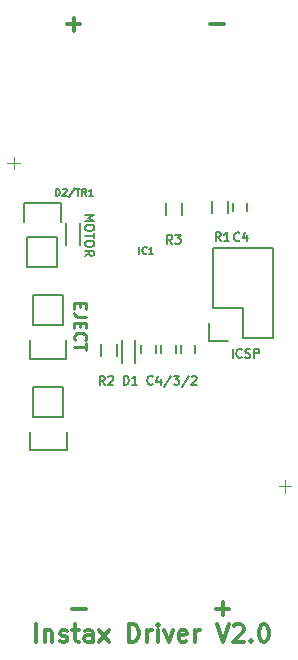
<source format=gbr>
%MOIN*%
%FSLAX34Y34*%
%IPPOS*%
G04 --Define apertures--*
%ADD10C,0.0039*%
%ADD11C,0.0074*%
%ADD12C,0.0098*%
%ADD13C,0.0059*%
%ADD14C,0.0148*%
%ADD15C,0.0047*%
%ADD16C,0.0006*%
G04 --Start main section--*
G54D11*
G01X0056345Y-034996D02*
G01X0056641Y-034996D01*
G01X0056641Y-034996D02*
G01X0056430Y-035094D01*
G01X0056430Y-035094D02*
G01X0056641Y-035193D01*
G01X0056641Y-035193D02*
G01X0056345Y-035193D01*
G01X0056641Y-035389D02*
G01X0056641Y-035446D01*
G01X0056641Y-035446D02*
G01X0056627Y-035474D01*
G01X0056627Y-035474D02*
G01X0056598Y-035502D01*
G01X0056598Y-035502D02*
G01X0056542Y-035516D01*
G01X0056542Y-035516D02*
G01X0056444Y-035516D01*
G01X0056444Y-035516D02*
G01X0056388Y-035502D01*
G01X0056388Y-035502D02*
G01X0056359Y-035474D01*
G01X0056359Y-035474D02*
G01X0056345Y-035446D01*
G01X0056345Y-035446D02*
G01X0056345Y-035389D01*
G01X0056345Y-035389D02*
G01X0056359Y-035361D01*
G01X0056359Y-035361D02*
G01X0056388Y-035333D01*
G01X0056388Y-035333D02*
G01X0056444Y-035319D01*
G01X0056444Y-035319D02*
G01X0056542Y-035319D01*
G01X0056542Y-035319D02*
G01X0056598Y-035333D01*
G01X0056598Y-035333D02*
G01X0056627Y-035361D01*
G01X0056627Y-035361D02*
G01X0056641Y-035389D01*
G01X0056641Y-035600D02*
G01X0056641Y-035769D01*
G01X0056345Y-035685D02*
G01X0056641Y-035685D01*
G01X0056641Y-035924D02*
G01X0056641Y-035980D01*
G01X0056641Y-035980D02*
G01X0056627Y-036008D01*
G01X0056627Y-036008D02*
G01X0056598Y-036036D01*
G01X0056598Y-036036D02*
G01X0056542Y-036050D01*
G01X0056542Y-036050D02*
G01X0056444Y-036050D01*
G01X0056444Y-036050D02*
G01X0056388Y-036036D01*
G01X0056388Y-036036D02*
G01X0056359Y-036008D01*
G01X0056359Y-036008D02*
G01X0056345Y-035980D01*
G01X0056345Y-035980D02*
G01X0056345Y-035924D01*
G01X0056345Y-035924D02*
G01X0056359Y-035896D01*
G01X0056359Y-035896D02*
G01X0056388Y-035867D01*
G01X0056388Y-035867D02*
G01X0056444Y-035853D01*
G01X0056444Y-035853D02*
G01X0056542Y-035853D01*
G01X0056542Y-035853D02*
G01X0056598Y-035867D01*
G01X0056598Y-035867D02*
G01X0056627Y-035896D01*
G01X0056627Y-035896D02*
G01X0056641Y-035924D01*
G01X0056345Y-036346D02*
G01X0056486Y-036247D01*
G01X0056345Y-036177D02*
G01X0056641Y-036177D01*
G01X0056641Y-036177D02*
G01X0056641Y-036289D01*
G01X0056641Y-036289D02*
G01X0056627Y-036317D01*
G01X0056627Y-036317D02*
G01X0056613Y-036331D01*
G01X0056613Y-036331D02*
G01X0056584Y-036346D01*
G01X0056584Y-036346D02*
G01X0056542Y-036346D01*
G01X0056542Y-036346D02*
G01X0056514Y-036331D01*
G01X0056514Y-036331D02*
G01X0056500Y-036317D01*
G01X0056500Y-036317D02*
G01X0056486Y-036289D01*
G01X0056486Y-036289D02*
G01X0056486Y-036177D01*
G54D12*
G01X0056189Y-037921D02*
G01X0056189Y-038053D01*
G01X0055983Y-038109D02*
G01X0055983Y-037921D01*
G01X0055983Y-037921D02*
G01X0056377Y-037921D01*
G01X0056377Y-037921D02*
G01X0056377Y-038109D01*
G01X0056377Y-038390D02*
G01X0056095Y-038390D01*
G01X0056095Y-038390D02*
G01X0056039Y-038371D01*
G01X0056039Y-038371D02*
G01X0056002Y-038334D01*
G01X0056002Y-038334D02*
G01X0055983Y-038278D01*
G01X0055983Y-038278D02*
G01X0055983Y-038240D01*
G01X0056189Y-038577D02*
G01X0056189Y-038709D01*
G01X0055983Y-038765D02*
G01X0055983Y-038577D01*
G01X0055983Y-038577D02*
G01X0056377Y-038577D01*
G01X0056377Y-038577D02*
G01X0056377Y-038765D01*
G01X0056020Y-039159D02*
G01X0056002Y-039140D01*
G01X0056002Y-039140D02*
G01X0055983Y-039084D01*
G01X0055983Y-039084D02*
G01X0055983Y-039046D01*
G01X0055983Y-039046D02*
G01X0056002Y-038990D01*
G01X0056002Y-038990D02*
G01X0056039Y-038952D01*
G01X0056039Y-038952D02*
G01X0056077Y-038934D01*
G01X0056077Y-038934D02*
G01X0056152Y-038915D01*
G01X0056152Y-038915D02*
G01X0056208Y-038915D01*
G01X0056208Y-038915D02*
G01X0056283Y-038934D01*
G01X0056283Y-038934D02*
G01X0056320Y-038952D01*
G01X0056320Y-038952D02*
G01X0056358Y-038990D01*
G01X0056358Y-038990D02*
G01X0056377Y-039046D01*
G01X0056377Y-039046D02*
G01X0056377Y-039084D01*
G01X0056377Y-039084D02*
G01X0056358Y-039140D01*
G01X0056358Y-039140D02*
G01X0056339Y-039159D01*
G01X0056377Y-039271D02*
G01X0056377Y-039496D01*
G01X0055983Y-039384D02*
G01X0056377Y-039384D01*
G54D13*
G01X0058145Y-036287D02*
G01X0058145Y-036051D01*
G01X0058393Y-036265D02*
G01X0058382Y-036276D01*
G01X0058382Y-036276D02*
G01X0058348Y-036287D01*
G01X0058348Y-036287D02*
G01X0058325Y-036287D01*
G01X0058325Y-036287D02*
G01X0058292Y-036276D01*
G01X0058292Y-036276D02*
G01X0058269Y-036254D01*
G01X0058269Y-036254D02*
G01X0058258Y-036231D01*
G01X0058258Y-036231D02*
G01X0058247Y-036186D01*
G01X0058247Y-036186D02*
G01X0058247Y-036152D01*
G01X0058247Y-036152D02*
G01X0058258Y-036107D01*
G01X0058258Y-036107D02*
G01X0058269Y-036085D01*
G01X0058269Y-036085D02*
G01X0058292Y-036062D01*
G01X0058292Y-036062D02*
G01X0058325Y-036051D01*
G01X0058325Y-036051D02*
G01X0058348Y-036051D01*
G01X0058348Y-036051D02*
G01X0058382Y-036062D01*
G01X0058382Y-036062D02*
G01X0058393Y-036074D01*
G01X0058618Y-036287D02*
G01X0058483Y-036287D01*
G01X0058550Y-036287D02*
G01X0058550Y-036051D01*
G01X0058550Y-036051D02*
G01X0058528Y-036085D01*
G01X0058528Y-036085D02*
G01X0058505Y-036107D01*
G01X0058505Y-036107D02*
G01X0058483Y-036119D01*
G01X0055367Y-034347D02*
G01X0055367Y-034111D01*
G01X0055367Y-034111D02*
G01X0055424Y-034111D01*
G01X0055424Y-034111D02*
G01X0055457Y-034122D01*
G01X0055457Y-034122D02*
G01X0055480Y-034144D01*
G01X0055480Y-034144D02*
G01X0055491Y-034167D01*
G01X0055491Y-034167D02*
G01X0055502Y-034212D01*
G01X0055502Y-034212D02*
G01X0055502Y-034246D01*
G01X0055502Y-034246D02*
G01X0055491Y-034291D01*
G01X0055491Y-034291D02*
G01X0055480Y-034313D01*
G01X0055480Y-034313D02*
G01X0055457Y-034336D01*
G01X0055457Y-034336D02*
G01X0055424Y-034347D01*
G01X0055424Y-034347D02*
G01X0055367Y-034347D01*
G01X0055592Y-034133D02*
G01X0055604Y-034122D01*
G01X0055604Y-034122D02*
G01X0055626Y-034111D01*
G01X0055626Y-034111D02*
G01X0055682Y-034111D01*
G01X0055682Y-034111D02*
G01X0055705Y-034122D01*
G01X0055705Y-034122D02*
G01X0055716Y-034133D01*
G01X0055716Y-034133D02*
G01X0055727Y-034156D01*
G01X0055727Y-034156D02*
G01X0055727Y-034178D01*
G01X0055727Y-034178D02*
G01X0055716Y-034212D01*
G01X0055716Y-034212D02*
G01X0055581Y-034347D01*
G01X0055581Y-034347D02*
G01X0055727Y-034347D01*
G01X0055997Y-034099D02*
G01X0055795Y-034403D01*
G01X0056042Y-034111D02*
G01X0056177Y-034111D01*
G01X0056110Y-034347D02*
G01X0056110Y-034111D01*
G01X0056391Y-034347D02*
G01X0056312Y-034234D01*
G01X0056256Y-034347D02*
G01X0056256Y-034111D01*
G01X0056256Y-034111D02*
G01X0056346Y-034111D01*
G01X0056346Y-034111D02*
G01X0056368Y-034122D01*
G01X0056368Y-034122D02*
G01X0056380Y-034133D01*
G01X0056380Y-034133D02*
G01X0056391Y-034156D01*
G01X0056391Y-034156D02*
G01X0056391Y-034189D01*
G01X0056391Y-034189D02*
G01X0056380Y-034212D01*
G01X0056380Y-034212D02*
G01X0056368Y-034223D01*
G01X0056368Y-034223D02*
G01X0056346Y-034234D01*
G01X0056346Y-034234D02*
G01X0056256Y-034234D01*
G01X0056616Y-034347D02*
G01X0056481Y-034347D01*
G01X0056548Y-034347D02*
G01X0056548Y-034111D01*
G01X0056548Y-034111D02*
G01X0056526Y-034144D01*
G01X0056526Y-034144D02*
G01X0056503Y-034167D01*
G01X0056503Y-034167D02*
G01X0056481Y-034178D01*
G54D11*
G01X0061260Y-039744D02*
G01X0061260Y-039449D01*
G01X0061569Y-039716D02*
G01X0061555Y-039730D01*
G01X0061555Y-039730D02*
G01X0061513Y-039744D01*
G01X0061513Y-039744D02*
G01X0061485Y-039744D01*
G01X0061485Y-039744D02*
G01X0061443Y-039730D01*
G01X0061443Y-039730D02*
G01X0061415Y-039702D01*
G01X0061415Y-039702D02*
G01X0061401Y-039674D01*
G01X0061401Y-039674D02*
G01X0061387Y-039618D01*
G01X0061387Y-039618D02*
G01X0061387Y-039575D01*
G01X0061387Y-039575D02*
G01X0061401Y-039519D01*
G01X0061401Y-039519D02*
G01X0061415Y-039491D01*
G01X0061415Y-039491D02*
G01X0061443Y-039463D01*
G01X0061443Y-039463D02*
G01X0061485Y-039449D01*
G01X0061485Y-039449D02*
G01X0061513Y-039449D01*
G01X0061513Y-039449D02*
G01X0061555Y-039463D01*
G01X0061555Y-039463D02*
G01X0061569Y-039477D01*
G01X0061682Y-039730D02*
G01X0061724Y-039744D01*
G01X0061724Y-039744D02*
G01X0061794Y-039744D01*
G01X0061794Y-039744D02*
G01X0061822Y-039730D01*
G01X0061822Y-039730D02*
G01X0061837Y-039716D01*
G01X0061837Y-039716D02*
G01X0061851Y-039688D01*
G01X0061851Y-039688D02*
G01X0061851Y-039660D01*
G01X0061851Y-039660D02*
G01X0061837Y-039632D01*
G01X0061837Y-039632D02*
G01X0061822Y-039618D01*
G01X0061822Y-039618D02*
G01X0061794Y-039604D01*
G01X0061794Y-039604D02*
G01X0061738Y-039589D01*
G01X0061738Y-039589D02*
G01X0061710Y-039575D01*
G01X0061710Y-039575D02*
G01X0061696Y-039561D01*
G01X0061696Y-039561D02*
G01X0061682Y-039533D01*
G01X0061682Y-039533D02*
G01X0061682Y-039505D01*
G01X0061682Y-039505D02*
G01X0061696Y-039477D01*
G01X0061696Y-039477D02*
G01X0061710Y-039463D01*
G01X0061710Y-039463D02*
G01X0061738Y-039449D01*
G01X0061738Y-039449D02*
G01X0061808Y-039449D01*
G01X0061808Y-039449D02*
G01X0061851Y-039463D01*
G01X0061977Y-039744D02*
G01X0061977Y-039449D01*
G01X0061977Y-039449D02*
G01X0062090Y-039449D01*
G01X0062090Y-039449D02*
G01X0062118Y-039463D01*
G01X0062118Y-039463D02*
G01X0062132Y-039477D01*
G01X0062132Y-039477D02*
G01X0062146Y-039505D01*
G01X0062146Y-039505D02*
G01X0062146Y-039547D01*
G01X0062146Y-039547D02*
G01X0062132Y-039575D01*
G01X0062132Y-039575D02*
G01X0062118Y-039589D01*
G01X0062118Y-039589D02*
G01X0062090Y-039604D01*
G01X0062090Y-039604D02*
G01X0061977Y-039604D01*
G01X0057002Y-040649D02*
G01X0056903Y-040509D01*
G01X0056833Y-040649D02*
G01X0056833Y-040354D01*
G01X0056833Y-040354D02*
G01X0056945Y-040354D01*
G01X0056945Y-040354D02*
G01X0056974Y-040368D01*
G01X0056974Y-040368D02*
G01X0056988Y-040382D01*
G01X0056988Y-040382D02*
G01X0057002Y-040410D01*
G01X0057002Y-040410D02*
G01X0057002Y-040452D01*
G01X0057002Y-040452D02*
G01X0056988Y-040480D01*
G01X0056988Y-040480D02*
G01X0056974Y-040494D01*
G01X0056974Y-040494D02*
G01X0056945Y-040509D01*
G01X0056945Y-040509D02*
G01X0056833Y-040509D01*
G01X0057114Y-040382D02*
G01X0057128Y-040368D01*
G01X0057128Y-040368D02*
G01X0057156Y-040354D01*
G01X0057156Y-040354D02*
G01X0057227Y-040354D01*
G01X0057227Y-040354D02*
G01X0057255Y-040368D01*
G01X0057255Y-040368D02*
G01X0057269Y-040382D01*
G01X0057269Y-040382D02*
G01X0057283Y-040410D01*
G01X0057283Y-040410D02*
G01X0057283Y-040438D01*
G01X0057283Y-040438D02*
G01X0057269Y-040480D01*
G01X0057269Y-040480D02*
G01X0057100Y-040649D01*
G01X0057100Y-040649D02*
G01X0057283Y-040649D01*
G01X0057634Y-040649D02*
G01X0057634Y-040354D01*
G01X0057634Y-040354D02*
G01X0057705Y-040354D01*
G01X0057705Y-040354D02*
G01X0057747Y-040368D01*
G01X0057747Y-040368D02*
G01X0057775Y-040396D01*
G01X0057775Y-040396D02*
G01X0057789Y-040424D01*
G01X0057789Y-040424D02*
G01X0057803Y-040480D01*
G01X0057803Y-040480D02*
G01X0057803Y-040523D01*
G01X0057803Y-040523D02*
G01X0057789Y-040579D01*
G01X0057789Y-040579D02*
G01X0057775Y-040607D01*
G01X0057775Y-040607D02*
G01X0057747Y-040635D01*
G01X0057747Y-040635D02*
G01X0057705Y-040649D01*
G01X0057705Y-040649D02*
G01X0057634Y-040649D01*
G01X0058084Y-040649D02*
G01X0057916Y-040649D01*
G01X0058000Y-040649D02*
G01X0058000Y-040354D01*
G01X0058000Y-040354D02*
G01X0057972Y-040396D01*
G01X0057972Y-040396D02*
G01X0057944Y-040424D01*
G01X0057944Y-040424D02*
G01X0057916Y-040438D01*
G01X0058605Y-040621D02*
G01X0058591Y-040635D01*
G01X0058591Y-040635D02*
G01X0058548Y-040649D01*
G01X0058548Y-040649D02*
G01X0058520Y-040649D01*
G01X0058520Y-040649D02*
G01X0058478Y-040635D01*
G01X0058478Y-040635D02*
G01X0058450Y-040607D01*
G01X0058450Y-040607D02*
G01X0058436Y-040579D01*
G01X0058436Y-040579D02*
G01X0058422Y-040523D01*
G01X0058422Y-040523D02*
G01X0058422Y-040480D01*
G01X0058422Y-040480D02*
G01X0058436Y-040424D01*
G01X0058436Y-040424D02*
G01X0058450Y-040396D01*
G01X0058450Y-040396D02*
G01X0058478Y-040368D01*
G01X0058478Y-040368D02*
G01X0058520Y-040354D01*
G01X0058520Y-040354D02*
G01X0058548Y-040354D01*
G01X0058548Y-040354D02*
G01X0058591Y-040368D01*
G01X0058591Y-040368D02*
G01X0058605Y-040382D01*
G01X0058858Y-040452D02*
G01X0058858Y-040649D01*
G01X0058787Y-040340D02*
G01X0058717Y-040551D01*
G01X0058717Y-040551D02*
G01X0058900Y-040551D01*
G01X0059223Y-040340D02*
G01X0058970Y-040719D01*
G01X0059294Y-040354D02*
G01X0059476Y-040354D01*
G01X0059476Y-040354D02*
G01X0059378Y-040466D01*
G01X0059378Y-040466D02*
G01X0059420Y-040466D01*
G01X0059420Y-040466D02*
G01X0059448Y-040480D01*
G01X0059448Y-040480D02*
G01X0059462Y-040494D01*
G01X0059462Y-040494D02*
G01X0059476Y-040523D01*
G01X0059476Y-040523D02*
G01X0059476Y-040593D01*
G01X0059476Y-040593D02*
G01X0059462Y-040621D01*
G01X0059462Y-040621D02*
G01X0059448Y-040635D01*
G01X0059448Y-040635D02*
G01X0059420Y-040649D01*
G01X0059420Y-040649D02*
G01X0059336Y-040649D01*
G01X0059336Y-040649D02*
G01X0059308Y-040635D01*
G01X0059308Y-040635D02*
G01X0059294Y-040621D01*
G01X0059814Y-040340D02*
G01X0059561Y-040719D01*
G01X0059898Y-040382D02*
G01X0059912Y-040368D01*
G01X0059912Y-040368D02*
G01X0059940Y-040354D01*
G01X0059940Y-040354D02*
G01X0060011Y-040354D01*
G01X0060011Y-040354D02*
G01X0060039Y-040368D01*
G01X0060039Y-040368D02*
G01X0060053Y-040382D01*
G01X0060053Y-040382D02*
G01X0060067Y-040410D01*
G01X0060067Y-040410D02*
G01X0060067Y-040438D01*
G01X0060067Y-040438D02*
G01X0060053Y-040480D01*
G01X0060053Y-040480D02*
G01X0059884Y-040649D01*
G01X0059884Y-040649D02*
G01X0060067Y-040649D01*
G54D14*
G01X0061150Y-048108D02*
G01X0060700Y-048108D01*
G01X0060925Y-047883D02*
G01X0060925Y-048333D01*
G01X0056370Y-048108D02*
G01X0055920Y-048108D01*
G01X0055735Y-028631D02*
G01X0056184Y-028631D01*
G01X0055960Y-028856D02*
G01X0055960Y-028406D01*
G01X0060515Y-028631D02*
G01X0060965Y-028631D01*
G01X0054714Y-049223D02*
G01X0054714Y-048632D01*
G01X0054995Y-048829D02*
G01X0054995Y-049223D01*
G01X0054995Y-048885D02*
G01X0055024Y-048857D01*
G01X0055024Y-048857D02*
G01X0055080Y-048829D01*
G01X0055080Y-048829D02*
G01X0055164Y-048829D01*
G01X0055164Y-048829D02*
G01X0055220Y-048857D01*
G01X0055220Y-048857D02*
G01X0055249Y-048913D01*
G01X0055249Y-048913D02*
G01X0055249Y-049223D01*
G01X0055502Y-049195D02*
G01X0055558Y-049223D01*
G01X0055558Y-049223D02*
G01X0055670Y-049223D01*
G01X0055670Y-049223D02*
G01X0055727Y-049195D01*
G01X0055727Y-049195D02*
G01X0055755Y-049138D01*
G01X0055755Y-049138D02*
G01X0055755Y-049110D01*
G01X0055755Y-049110D02*
G01X0055727Y-049054D01*
G01X0055727Y-049054D02*
G01X0055670Y-049026D01*
G01X0055670Y-049026D02*
G01X0055586Y-049026D01*
G01X0055586Y-049026D02*
G01X0055530Y-048998D01*
G01X0055530Y-048998D02*
G01X0055502Y-048942D01*
G01X0055502Y-048942D02*
G01X0055502Y-048913D01*
G01X0055502Y-048913D02*
G01X0055530Y-048857D01*
G01X0055530Y-048857D02*
G01X0055586Y-048829D01*
G01X0055586Y-048829D02*
G01X0055670Y-048829D01*
G01X0055670Y-048829D02*
G01X0055727Y-048857D01*
G01X0055923Y-048829D02*
G01X0056148Y-048829D01*
G01X0056008Y-048632D02*
G01X0056008Y-049138D01*
G01X0056008Y-049138D02*
G01X0056036Y-049195D01*
G01X0056036Y-049195D02*
G01X0056092Y-049223D01*
G01X0056092Y-049223D02*
G01X0056148Y-049223D01*
G01X0056598Y-049223D02*
G01X0056598Y-048913D01*
G01X0056598Y-048913D02*
G01X0056570Y-048857D01*
G01X0056570Y-048857D02*
G01X0056514Y-048829D01*
G01X0056514Y-048829D02*
G01X0056402Y-048829D01*
G01X0056402Y-048829D02*
G01X0056345Y-048857D01*
G01X0056598Y-049195D02*
G01X0056542Y-049223D01*
G01X0056542Y-049223D02*
G01X0056402Y-049223D01*
G01X0056402Y-049223D02*
G01X0056345Y-049195D01*
G01X0056345Y-049195D02*
G01X0056317Y-049138D01*
G01X0056317Y-049138D02*
G01X0056317Y-049082D01*
G01X0056317Y-049082D02*
G01X0056345Y-049026D01*
G01X0056345Y-049026D02*
G01X0056402Y-048998D01*
G01X0056402Y-048998D02*
G01X0056542Y-048998D01*
G01X0056542Y-048998D02*
G01X0056598Y-048970D01*
G01X0056823Y-049223D02*
G01X0057133Y-048829D01*
G01X0056823Y-048829D02*
G01X0057133Y-049223D01*
G01X0057808Y-049223D02*
G01X0057808Y-048632D01*
G01X0057808Y-048632D02*
G01X0057948Y-048632D01*
G01X0057948Y-048632D02*
G01X0058033Y-048660D01*
G01X0058033Y-048660D02*
G01X0058089Y-048717D01*
G01X0058089Y-048717D02*
G01X0058117Y-048773D01*
G01X0058117Y-048773D02*
G01X0058145Y-048885D01*
G01X0058145Y-048885D02*
G01X0058145Y-048970D01*
G01X0058145Y-048970D02*
G01X0058117Y-049082D01*
G01X0058117Y-049082D02*
G01X0058089Y-049138D01*
G01X0058089Y-049138D02*
G01X0058033Y-049195D01*
G01X0058033Y-049195D02*
G01X0057948Y-049223D01*
G01X0057948Y-049223D02*
G01X0057808Y-049223D01*
G01X0058398Y-049223D02*
G01X0058398Y-048829D01*
G01X0058398Y-048942D02*
G01X0058426Y-048885D01*
G01X0058426Y-048885D02*
G01X0058454Y-048857D01*
G01X0058454Y-048857D02*
G01X0058511Y-048829D01*
G01X0058511Y-048829D02*
G01X0058567Y-048829D01*
G01X0058764Y-049223D02*
G01X0058764Y-048829D01*
G01X0058764Y-048632D02*
G01X0058736Y-048660D01*
G01X0058736Y-048660D02*
G01X0058764Y-048688D01*
G01X0058764Y-048688D02*
G01X0058792Y-048660D01*
G01X0058792Y-048660D02*
G01X0058764Y-048632D01*
G01X0058764Y-048632D02*
G01X0058764Y-048688D01*
G01X0058989Y-048829D02*
G01X0059129Y-049223D01*
G01X0059129Y-049223D02*
G01X0059270Y-048829D01*
G01X0059720Y-049195D02*
G01X0059664Y-049223D01*
G01X0059664Y-049223D02*
G01X0059551Y-049223D01*
G01X0059551Y-049223D02*
G01X0059495Y-049195D01*
G01X0059495Y-049195D02*
G01X0059467Y-049138D01*
G01X0059467Y-049138D02*
G01X0059467Y-048913D01*
G01X0059467Y-048913D02*
G01X0059495Y-048857D01*
G01X0059495Y-048857D02*
G01X0059551Y-048829D01*
G01X0059551Y-048829D02*
G01X0059664Y-048829D01*
G01X0059664Y-048829D02*
G01X0059720Y-048857D01*
G01X0059720Y-048857D02*
G01X0059748Y-048913D01*
G01X0059748Y-048913D02*
G01X0059748Y-048970D01*
G01X0059748Y-048970D02*
G01X0059467Y-049026D01*
G01X0060001Y-049223D02*
G01X0060001Y-048829D01*
G01X0060001Y-048942D02*
G01X0060029Y-048885D01*
G01X0060029Y-048885D02*
G01X0060057Y-048857D01*
G01X0060057Y-048857D02*
G01X0060114Y-048829D01*
G01X0060114Y-048829D02*
G01X0060170Y-048829D01*
G01X0060732Y-048632D02*
G01X0060929Y-049223D01*
G01X0060929Y-049223D02*
G01X0061126Y-048632D01*
G01X0061295Y-048688D02*
G01X0061323Y-048660D01*
G01X0061323Y-048660D02*
G01X0061379Y-048632D01*
G01X0061379Y-048632D02*
G01X0061520Y-048632D01*
G01X0061520Y-048632D02*
G01X0061576Y-048660D01*
G01X0061576Y-048660D02*
G01X0061604Y-048688D01*
G01X0061604Y-048688D02*
G01X0061632Y-048745D01*
G01X0061632Y-048745D02*
G01X0061632Y-048801D01*
G01X0061632Y-048801D02*
G01X0061604Y-048885D01*
G01X0061604Y-048885D02*
G01X0061267Y-049223D01*
G01X0061267Y-049223D02*
G01X0061632Y-049223D01*
G01X0061885Y-049167D02*
G01X0061913Y-049195D01*
G01X0061913Y-049195D02*
G01X0061885Y-049223D01*
G01X0061885Y-049223D02*
G01X0061857Y-049195D01*
G01X0061857Y-049195D02*
G01X0061885Y-049167D01*
G01X0061885Y-049167D02*
G01X0061885Y-049223D01*
G01X0062279Y-048632D02*
G01X0062335Y-048632D01*
G01X0062335Y-048632D02*
G01X0062391Y-048660D01*
G01X0062391Y-048660D02*
G01X0062420Y-048688D01*
G01X0062420Y-048688D02*
G01X0062448Y-048745D01*
G01X0062448Y-048745D02*
G01X0062476Y-048857D01*
G01X0062476Y-048857D02*
G01X0062476Y-048998D01*
G01X0062476Y-048998D02*
G01X0062448Y-049110D01*
G01X0062448Y-049110D02*
G01X0062420Y-049167D01*
G01X0062420Y-049167D02*
G01X0062391Y-049195D01*
G01X0062391Y-049195D02*
G01X0062335Y-049223D01*
G01X0062335Y-049223D02*
G01X0062279Y-049223D01*
G01X0062279Y-049223D02*
G01X0062223Y-049195D01*
G01X0062223Y-049195D02*
G01X0062195Y-049167D01*
G01X0062195Y-049167D02*
G01X0062166Y-049110D01*
G01X0062166Y-049110D02*
G01X0062138Y-048998D01*
G01X0062138Y-048998D02*
G01X0062138Y-048857D01*
G01X0062138Y-048857D02*
G01X0062166Y-048745D01*
G01X0062166Y-048745D02*
G01X0062195Y-048688D01*
G01X0062195Y-048688D02*
G01X0062223Y-048660D01*
G01X0062223Y-048660D02*
G01X0062279Y-048632D01*
G54D13*
G01X0058015Y-039906D02*
G01X0058015Y-039158D01*
G01X0057582Y-039906D02*
G01X0057582Y-039158D01*
G01X0055719Y-035265D02*
G01X0055719Y-035974D01*
G01X0056191Y-035265D02*
G01X0056191Y-035974D01*
G01X0060007Y-039309D02*
G01X0060007Y-039584D01*
G01X0059535Y-039584D02*
G01X0059535Y-039309D01*
G01X0060591Y-034913D02*
G01X0060591Y-034520D01*
G01X0061123Y-034520D02*
G01X0061123Y-034913D01*
G01X0059362Y-039312D02*
G01X0059362Y-039587D01*
G01X0058890Y-039587D02*
G01X0058890Y-039312D01*
G01X0055721Y-039776D02*
G01X0055721Y-039166D01*
G01X0055611Y-037666D02*
G01X0055611Y-038666D01*
G01X0055611Y-038666D02*
G01X0054611Y-038666D01*
G01X0054501Y-039166D02*
G01X0054501Y-039776D01*
G01X0054501Y-039776D02*
G01X0055721Y-039776D01*
G01X0054611Y-038666D02*
G01X0054611Y-037666D01*
G01X0054611Y-037666D02*
G01X0055611Y-037666D01*
G01X0055726Y-042826D02*
G01X0055726Y-042216D01*
G01X0055616Y-040716D02*
G01X0055616Y-041716D01*
G01X0055616Y-041716D02*
G01X0054616Y-041716D01*
G01X0054506Y-042216D02*
G01X0054506Y-042826D01*
G01X0054506Y-042826D02*
G01X0055726Y-042826D01*
G01X0054616Y-041716D02*
G01X0054616Y-040716D01*
G01X0054616Y-040716D02*
G01X0055616Y-040716D01*
G01X0060596Y-036076D02*
G01X0060596Y-038076D01*
G01X0060486Y-039186D02*
G01X0060486Y-038576D01*
G01X0061596Y-039076D02*
G01X0061596Y-038076D01*
G01X0061596Y-038076D02*
G01X0060596Y-038076D01*
G01X0060596Y-036076D02*
G01X0062596Y-036076D01*
G01X0062596Y-036076D02*
G01X0062596Y-038076D01*
G01X0060486Y-039186D02*
G01X0061096Y-039186D01*
G01X0062596Y-039076D02*
G01X0061596Y-039076D01*
G01X0062596Y-038076D02*
G01X0062596Y-039076D01*
G01X0057423Y-039290D02*
G01X0057423Y-039683D01*
G01X0056891Y-039683D02*
G01X0056891Y-039290D01*
G01X0058692Y-039319D02*
G01X0058692Y-039594D01*
G01X0058220Y-039594D02*
G01X0058220Y-039319D01*
G01X0059571Y-034602D02*
G01X0059571Y-034995D01*
G01X0059039Y-034995D02*
G01X0059039Y-034602D01*
G01X0054307Y-034601D02*
G01X0054307Y-035212D01*
G01X0054417Y-036712D02*
G01X0054417Y-035712D01*
G01X0054417Y-035712D02*
G01X0055417Y-035712D01*
G01X0055527Y-035212D02*
G01X0055527Y-034601D01*
G01X0055527Y-034601D02*
G01X0054307Y-034601D01*
G01X0055417Y-035712D02*
G01X0055417Y-036712D01*
G01X0055417Y-036712D02*
G01X0054417Y-036712D01*
G01X0061265Y-034853D02*
G01X0061265Y-034578D01*
G01X0061737Y-034578D02*
G01X0061737Y-034853D01*
G54D16*
G01X0053748Y-033259D02*
G01X0054168Y-033259D01*
G01X0053958Y-033469D02*
G01X0053958Y-033049D01*
G01X0053748Y-033259D02*
G01X0054168Y-033259D01*
G01X0053958Y-033469D02*
G01X0053958Y-033049D01*
G01X0053748Y-033259D02*
G01X0054168Y-033259D01*
G01X0053958Y-033469D02*
G01X0053958Y-033049D01*
G01X0053748Y-033259D02*
G01X0054168Y-033259D01*
G01X0053958Y-033469D02*
G01X0053958Y-033049D01*
G54D13*
G01X0060868Y-035851D02*
G01X0060769Y-035711D01*
G01X0060699Y-035851D02*
G01X0060699Y-035556D01*
G01X0060699Y-035556D02*
G01X0060811Y-035556D01*
G01X0060811Y-035556D02*
G01X0060840Y-035570D01*
G01X0060840Y-035570D02*
G01X0060854Y-035584D01*
G01X0060854Y-035584D02*
G01X0060868Y-035612D01*
G01X0060868Y-035612D02*
G01X0060868Y-035654D01*
G01X0060868Y-035654D02*
G01X0060854Y-035682D01*
G01X0060854Y-035682D02*
G01X0060840Y-035696D01*
G01X0060840Y-035696D02*
G01X0060811Y-035711D01*
G01X0060811Y-035711D02*
G01X0060699Y-035711D01*
G01X0061149Y-035851D02*
G01X0060980Y-035851D01*
G01X0061065Y-035851D02*
G01X0061065Y-035556D01*
G01X0061065Y-035556D02*
G01X0061036Y-035598D01*
G01X0061036Y-035598D02*
G01X0061008Y-035626D01*
G01X0061008Y-035626D02*
G01X0060980Y-035640D01*
G54D16*
G01X0062803Y-044038D02*
G01X0063223Y-044038D01*
G01X0063013Y-044248D02*
G01X0063013Y-043828D01*
G01X0062803Y-044038D02*
G01X0063223Y-044038D01*
G01X0063013Y-044248D02*
G01X0063013Y-043828D01*
G01X0062803Y-044038D02*
G01X0063223Y-044038D01*
G01X0063013Y-044248D02*
G01X0063013Y-043828D01*
G01X0062803Y-044038D02*
G01X0063223Y-044038D01*
G01X0063013Y-044248D02*
G01X0063013Y-043828D01*
G54D13*
G01X0059246Y-035951D02*
G01X0059147Y-035811D01*
G01X0059077Y-035951D02*
G01X0059077Y-035656D01*
G01X0059077Y-035656D02*
G01X0059189Y-035656D01*
G01X0059189Y-035656D02*
G01X0059218Y-035670D01*
G01X0059218Y-035670D02*
G01X0059232Y-035684D01*
G01X0059232Y-035684D02*
G01X0059246Y-035712D01*
G01X0059246Y-035712D02*
G01X0059246Y-035754D01*
G01X0059246Y-035754D02*
G01X0059232Y-035782D01*
G01X0059232Y-035782D02*
G01X0059218Y-035796D01*
G01X0059218Y-035796D02*
G01X0059189Y-035811D01*
G01X0059189Y-035811D02*
G01X0059077Y-035811D01*
G01X0059344Y-035656D02*
G01X0059527Y-035656D01*
G01X0059527Y-035656D02*
G01X0059429Y-035768D01*
G01X0059429Y-035768D02*
G01X0059471Y-035768D01*
G01X0059471Y-035768D02*
G01X0059499Y-035782D01*
G01X0059499Y-035782D02*
G01X0059513Y-035796D01*
G01X0059513Y-035796D02*
G01X0059527Y-035825D01*
G01X0059527Y-035825D02*
G01X0059527Y-035895D01*
G01X0059527Y-035895D02*
G01X0059513Y-035923D01*
G01X0059513Y-035923D02*
G01X0059499Y-035937D01*
G01X0059499Y-035937D02*
G01X0059471Y-035951D01*
G01X0059471Y-035951D02*
G01X0059386Y-035951D01*
G01X0059386Y-035951D02*
G01X0059358Y-035937D01*
G01X0059358Y-035937D02*
G01X0059344Y-035923D01*
G01X0061488Y-035831D02*
G01X0061474Y-035845D01*
G01X0061474Y-035845D02*
G01X0061431Y-035859D01*
G01X0061431Y-035859D02*
G01X0061403Y-035859D01*
G01X0061403Y-035859D02*
G01X0061361Y-035845D01*
G01X0061361Y-035845D02*
G01X0061333Y-035817D01*
G01X0061333Y-035817D02*
G01X0061319Y-035789D01*
G01X0061319Y-035789D02*
G01X0061305Y-035733D01*
G01X0061305Y-035733D02*
G01X0061305Y-035690D01*
G01X0061305Y-035690D02*
G01X0061319Y-035634D01*
G01X0061319Y-035634D02*
G01X0061333Y-035606D01*
G01X0061333Y-035606D02*
G01X0061361Y-035578D01*
G01X0061361Y-035578D02*
G01X0061403Y-035564D01*
G01X0061403Y-035564D02*
G01X0061431Y-035564D01*
G01X0061431Y-035564D02*
G01X0061474Y-035578D01*
G01X0061474Y-035578D02*
G01X0061488Y-035592D01*
G01X0061741Y-035662D02*
G01X0061741Y-035859D01*
G01X0061671Y-035550D02*
G01X0061600Y-035761D01*
G01X0061600Y-035761D02*
G01X0061783Y-035761D01*
M02*

</source>
